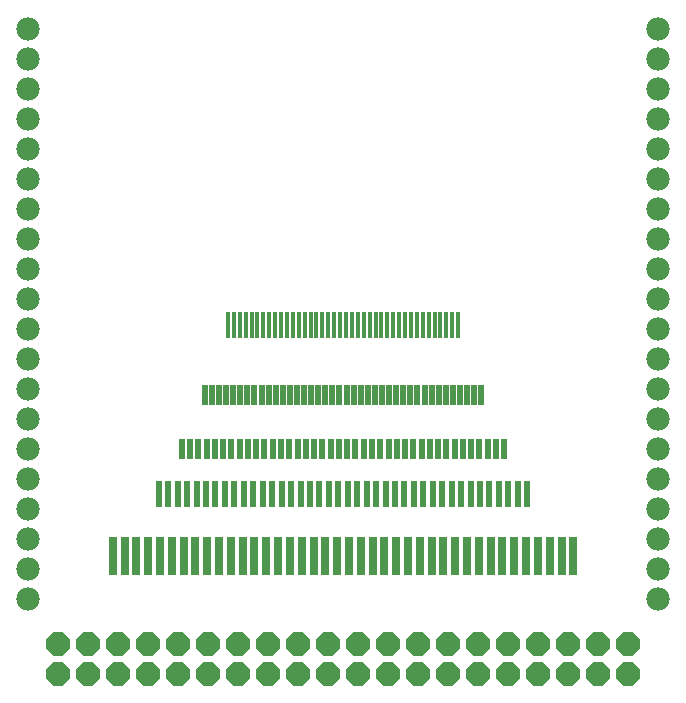
<source format=gbr>
G04 EAGLE Gerber RS-274X export*
G75*
%MOMM*%
%FSLAX34Y34*%
%LPD*%
%INSoldermask Top*%
%IPPOS*%
%AMOC8*
5,1,8,0,0,1.08239X$1,22.5*%
G01*
%ADD10R,0.503200X1.803200*%
%ADD11R,0.553200X1.803200*%
%ADD12R,0.603200X2.203200*%
%ADD13R,0.703200X3.203200*%
%ADD14P,2.144431X8X22.500000*%
%ADD15C,1.981200*%
%ADD16R,0.453200X2.203200*%


D10*
X-117000Y198120D03*
X-111000Y198120D03*
X-105000Y198120D03*
X-99000Y198120D03*
X-93000Y198120D03*
X-87000Y198120D03*
X-81000Y198120D03*
X-75000Y198120D03*
X-69000Y198120D03*
X-63000Y198120D03*
X-57000Y198120D03*
X-51000Y198120D03*
X-45000Y198120D03*
X-39000Y198120D03*
X-33000Y198120D03*
X-27000Y198120D03*
X-21000Y198120D03*
X-15000Y198120D03*
X-9000Y198120D03*
X-3000Y198120D03*
X3000Y198120D03*
X9000Y198120D03*
X15000Y198120D03*
X21000Y198120D03*
X27000Y198120D03*
X33000Y198120D03*
X39000Y198120D03*
X45000Y198120D03*
X51000Y198120D03*
X57000Y198120D03*
X63000Y198120D03*
X69000Y198120D03*
X75000Y198120D03*
X81000Y198120D03*
X87000Y198120D03*
X93000Y198120D03*
X99000Y198120D03*
X105000Y198120D03*
X111000Y198120D03*
X117000Y198120D03*
D11*
X-136500Y152400D03*
X-129500Y152400D03*
X-122500Y152400D03*
X-115500Y152400D03*
X-108500Y152400D03*
X-101500Y152400D03*
X-94500Y152400D03*
X-87500Y152400D03*
X-80500Y152400D03*
X-73500Y152400D03*
X-66500Y152400D03*
X-59500Y152400D03*
X-52500Y152400D03*
X-45500Y152400D03*
X-38500Y152400D03*
X-31500Y152400D03*
X-24500Y152400D03*
X-17500Y152400D03*
X-10500Y152400D03*
X-3500Y152400D03*
X3500Y152400D03*
X10500Y152400D03*
X17500Y152400D03*
X24500Y152400D03*
X31500Y152400D03*
X38500Y152400D03*
X45500Y152400D03*
X52500Y152400D03*
X59500Y152400D03*
X66500Y152400D03*
X73500Y152400D03*
X80500Y152400D03*
X87500Y152400D03*
X94500Y152400D03*
X101500Y152400D03*
X108500Y152400D03*
X115500Y152400D03*
X122500Y152400D03*
X129500Y152400D03*
X136500Y152400D03*
D12*
X-156000Y114300D03*
X-148000Y114300D03*
X-140000Y114300D03*
X-132000Y114300D03*
X-124000Y114300D03*
X-116000Y114300D03*
X-108000Y114300D03*
X-100000Y114300D03*
X-92000Y114300D03*
X-84000Y114300D03*
X-76000Y114300D03*
X-68000Y114300D03*
X-60000Y114300D03*
X-52000Y114300D03*
X-44000Y114300D03*
X-36000Y114300D03*
X-28000Y114300D03*
X-20000Y114300D03*
X-12000Y114300D03*
X-4000Y114300D03*
X4000Y114300D03*
X12000Y114300D03*
X20000Y114300D03*
X28000Y114300D03*
X36000Y114300D03*
X44000Y114300D03*
X52000Y114300D03*
X60000Y114300D03*
X68000Y114300D03*
X76000Y114300D03*
X84000Y114300D03*
X92000Y114300D03*
X100000Y114300D03*
X108000Y114300D03*
X116000Y114300D03*
X124000Y114300D03*
X132000Y114300D03*
X140000Y114300D03*
X148000Y114300D03*
X156000Y114300D03*
D13*
X-15000Y61800D03*
X-25000Y61800D03*
X-35000Y61800D03*
X-45000Y61800D03*
X-55000Y61800D03*
X-65000Y61800D03*
X-75000Y61800D03*
X-85000Y61800D03*
X-95000Y61800D03*
X-105000Y61800D03*
X-115000Y61800D03*
X-125000Y61800D03*
X-135000Y61800D03*
X-145000Y61800D03*
X-155000Y61800D03*
X-165000Y61800D03*
X-175000Y61800D03*
X-185000Y61800D03*
X-195000Y61800D03*
X-5000Y61800D03*
X5000Y61800D03*
X15000Y61800D03*
X25000Y61800D03*
X35000Y61800D03*
X45000Y61800D03*
X55000Y61800D03*
X65000Y61800D03*
X75000Y61800D03*
X85000Y61800D03*
X95000Y61800D03*
X105000Y61800D03*
X115000Y61800D03*
X125000Y61800D03*
X135000Y61800D03*
X145000Y61800D03*
X155000Y61800D03*
X165000Y61800D03*
X175000Y61800D03*
X185000Y61800D03*
X195000Y61800D03*
D14*
X-241300Y-38100D03*
X-241300Y-12700D03*
X-215900Y-38100D03*
X-215900Y-12700D03*
X-190500Y-38100D03*
X-190500Y-12700D03*
X-165100Y-38100D03*
X-165100Y-12700D03*
X-139700Y-38100D03*
X-139700Y-12700D03*
X-114300Y-38100D03*
X-114300Y-12700D03*
X-88900Y-38100D03*
X-88900Y-12700D03*
X-63500Y-38100D03*
X-63500Y-12700D03*
X-38100Y-38100D03*
X-38100Y-12700D03*
X-12700Y-38100D03*
X-12700Y-12700D03*
X12700Y-38100D03*
X12700Y-12700D03*
X38100Y-38100D03*
X38100Y-12700D03*
X63500Y-38100D03*
X63500Y-12700D03*
X88900Y-38100D03*
X88900Y-12700D03*
X114300Y-38100D03*
X114300Y-12700D03*
X139700Y-38100D03*
X139700Y-12700D03*
X165100Y-38100D03*
X165100Y-12700D03*
X190500Y-38100D03*
X190500Y-12700D03*
X215900Y-38100D03*
X215900Y-12700D03*
X241300Y-38100D03*
X241300Y-12700D03*
D15*
X-266700Y25400D03*
X-266700Y50800D03*
X-266700Y76200D03*
X-266700Y101600D03*
X-266700Y127000D03*
X-266700Y152400D03*
X-266700Y177800D03*
X-266700Y203200D03*
X-266700Y228600D03*
X-266700Y254000D03*
X-266700Y279400D03*
X-266700Y304800D03*
X-266700Y330200D03*
X-266700Y355600D03*
X-266700Y381000D03*
X-266700Y406400D03*
X-266700Y431800D03*
X-266700Y457200D03*
X-266700Y482600D03*
X-266700Y508000D03*
X266700Y508000D03*
X266700Y482600D03*
X266700Y457200D03*
X266700Y431800D03*
X266700Y406400D03*
X266700Y381000D03*
X266700Y355600D03*
X266700Y330200D03*
X266700Y304800D03*
X266700Y279400D03*
X266700Y254000D03*
X266700Y228600D03*
X266700Y203200D03*
X266700Y177800D03*
X266700Y152400D03*
X266700Y127000D03*
X266700Y101600D03*
X266700Y76200D03*
X266700Y50800D03*
X266700Y25400D03*
D16*
X-97500Y257175D03*
X-92500Y257175D03*
X-87500Y257175D03*
X-82500Y257175D03*
X-77500Y257175D03*
X-72500Y257175D03*
X-67500Y257175D03*
X-62500Y257175D03*
X-57500Y257175D03*
X-52500Y257175D03*
X-47500Y257175D03*
X-42500Y257175D03*
X-37500Y257175D03*
X-32500Y257175D03*
X-27500Y257175D03*
X-22500Y257175D03*
X-17500Y257175D03*
X-12500Y257175D03*
X-7500Y257175D03*
X-2500Y257175D03*
X2500Y257175D03*
X7500Y257175D03*
X12500Y257175D03*
X17500Y257175D03*
X22500Y257175D03*
X27500Y257175D03*
X32500Y257175D03*
X37500Y257175D03*
X42500Y257175D03*
X47500Y257175D03*
X52500Y257175D03*
X57500Y257175D03*
X62500Y257175D03*
X67500Y257175D03*
X72500Y257175D03*
X77500Y257175D03*
X82500Y257175D03*
X87500Y257175D03*
X92500Y257175D03*
X97500Y257175D03*
M02*

</source>
